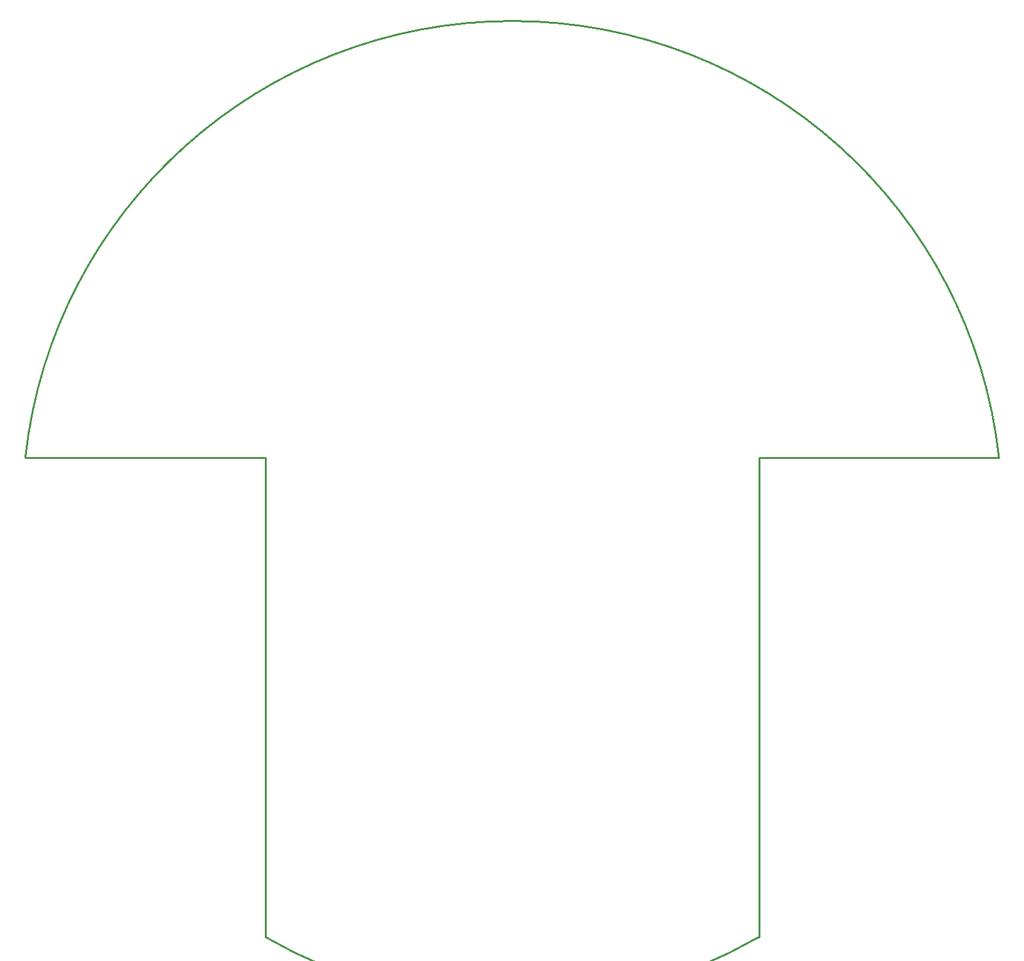
<source format=gm1>
%FSLAX24Y24*%
%MOIN*%
G70*
G01*
G75*
G04 Layer_Color=16711935*
%ADD10R,0.0400X0.0500*%
%ADD11R,0.0800X0.0800*%
%ADD12R,0.0500X0.0400*%
%ADD13R,0.0394X0.0787*%
%ADD14R,0.0787X0.0394*%
%ADD15R,0.0433X0.0236*%
%ADD16R,0.0295X0.0118*%
%ADD17R,0.0870X0.0866*%
%ADD18R,0.1335X0.0772*%
%ADD19R,0.0787X0.1378*%
%ADD20R,0.0800X0.0800*%
%ADD21R,0.0394X0.0217*%
G04:AMPARAMS|DCode=22|XSize=90.6mil|YSize=295.3mil|CornerRadius=0mil|HoleSize=0mil|Usage=FLASHONLY|Rotation=167.000|XOffset=0mil|YOffset=0mil|HoleType=Round|Shape=Rectangle|*
%AMROTATEDRECTD22*
4,1,4,0.0773,0.1337,0.0109,-0.1540,-0.0773,-0.1337,-0.0109,0.1540,0.0773,0.1337,0.0*
%
%ADD22ROTATEDRECTD22*%

G04:AMPARAMS|DCode=23|XSize=90.6mil|YSize=295.3mil|CornerRadius=0mil|HoleSize=0mil|Usage=FLASHONLY|Rotation=192.000|XOffset=0mil|YOffset=0mil|HoleType=Round|Shape=Rectangle|*
%AMROTATEDRECTD23*
4,1,4,0.0136,0.1538,0.0750,-0.1350,-0.0136,-0.1538,-0.0750,0.1350,0.0136,0.1538,0.0*
%
%ADD23ROTATEDRECTD23*%

%ADD24R,0.0354X0.0591*%
%ADD25R,0.0236X0.0433*%
%ADD26R,0.0453X0.0591*%
%ADD27R,0.0157X0.0591*%
%ADD28C,0.0250*%
%ADD29C,0.0315*%
%ADD30C,0.0200*%
%ADD31C,0.0120*%
%ADD32C,0.0100*%
%ADD33C,0.0157*%
%ADD34C,0.0500*%
%ADD35C,0.0394*%
%ADD36C,0.0197*%
%ADD37C,0.0238*%
%ADD38C,0.0217*%
%ADD39C,0.0161*%
%ADD40C,0.0150*%
%ADD41C,0.0700*%
%ADD42C,0.0551*%
G04:AMPARAMS|DCode=43|XSize=99.4mil|YSize=60mil|CornerRadius=0mil|HoleSize=0mil|Usage=FLASHONLY|Rotation=45.000|XOffset=0mil|YOffset=0mil|HoleType=Round|Shape=Round|*
%AMOVALD43*
21,1,0.0394,0.0600,0.0000,0.0000,45.0*
1,1,0.0600,-0.0139,-0.0139*
1,1,0.0600,0.0139,0.0139*
%
%ADD43OVALD43*%

G04:AMPARAMS|DCode=44|XSize=99.4mil|YSize=60mil|CornerRadius=0mil|HoleSize=0mil|Usage=FLASHONLY|Rotation=45.000|XOffset=0mil|YOffset=0mil|HoleType=Round|Shape=Rectangle|*
%AMROTATEDRECTD44*
4,1,4,-0.0139,-0.0563,-0.0563,-0.0139,0.0139,0.0563,0.0563,0.0139,-0.0139,-0.0563,0.0*
%
%ADD44ROTATEDRECTD44*%

%ADD45C,0.0600*%
%ADD46C,0.0591*%
%ADD47R,0.0591X0.0591*%
%ADD48R,0.0591X0.0591*%
G04:AMPARAMS|DCode=49|XSize=60mil|YSize=99.4mil|CornerRadius=0mil|HoleSize=0mil|Usage=FLASHONLY|Rotation=20.000|XOffset=0mil|YOffset=0mil|HoleType=Round|Shape=Round|*
%AMOVALD49*
21,1,0.0394,0.0600,0.0000,0.0000,110.0*
1,1,0.0600,0.0067,-0.0185*
1,1,0.0600,-0.0067,0.0185*
%
%ADD49OVALD49*%

G04:AMPARAMS|DCode=50|XSize=60mil|YSize=99.4mil|CornerRadius=0mil|HoleSize=0mil|Usage=FLASHONLY|Rotation=340.000|XOffset=0mil|YOffset=0mil|HoleType=Round|Shape=Round|*
%AMOVALD50*
21,1,0.0394,0.0600,0.0000,0.0000,70.0*
1,1,0.0600,-0.0067,-0.0185*
1,1,0.0600,0.0067,0.0185*
%
%ADD50OVALD50*%

G04:AMPARAMS|DCode=51|XSize=86.6mil|YSize=63mil|CornerRadius=15.7mil|HoleSize=0mil|Usage=FLASHONLY|Rotation=90.000|XOffset=0mil|YOffset=0mil|HoleType=Round|Shape=RoundedRectangle|*
%AMROUNDEDRECTD51*
21,1,0.0866,0.0315,0,0,90.0*
21,1,0.0551,0.0630,0,0,90.0*
1,1,0.0315,0.0157,0.0276*
1,1,0.0315,0.0157,-0.0276*
1,1,0.0315,-0.0157,-0.0276*
1,1,0.0315,-0.0157,0.0276*
%
%ADD51ROUNDEDRECTD51*%
%ADD52C,0.1654*%
%ADD53C,0.0500*%
%ADD54R,0.0591X0.0354*%
%ADD55R,0.0315X0.0354*%
%ADD56R,0.2165X0.0787*%
%ADD57R,0.0866X0.0870*%
%ADD58R,0.0787X0.2165*%
%ADD59O,0.0217X0.0650*%
%ADD60O,0.0650X0.0217*%
%ADD61O,0.0118X0.0709*%
%ADD62O,0.0709X0.0118*%
%ADD63C,0.0120*%
%ADD64C,0.0080*%
%ADD65C,0.0020*%
%ADD66C,0.0079*%
%ADD67C,0.0039*%
%ADD68C,0.0020*%
%ADD69C,0.0061*%
%ADD70R,0.0480X0.0580*%
%ADD71R,0.0880X0.0880*%
%ADD72R,0.0580X0.0480*%
%ADD73R,0.0433X0.0827*%
%ADD74R,0.0827X0.0433*%
%ADD75R,0.0513X0.0316*%
%ADD76R,0.0335X0.0157*%
%ADD77R,0.0950X0.0946*%
%ADD78R,0.1374X0.0811*%
%ADD79R,0.1575X0.2165*%
%ADD80R,0.0880X0.0880*%
%ADD81R,0.0433X0.0256*%
G04:AMPARAMS|DCode=82|XSize=98.6mil|YSize=303.3mil|CornerRadius=0mil|HoleSize=0mil|Usage=FLASHONLY|Rotation=167.000|XOffset=0mil|YOffset=0mil|HoleType=Round|Shape=Rectangle|*
%AMROTATEDRECTD82*
4,1,4,0.0821,0.1367,0.0139,-0.1588,-0.0821,-0.1367,-0.0139,0.1588,0.0821,0.1367,0.0*
%
%ADD82ROTATEDRECTD82*%

G04:AMPARAMS|DCode=83|XSize=98.6mil|YSize=303.3mil|CornerRadius=0mil|HoleSize=0mil|Usage=FLASHONLY|Rotation=192.000|XOffset=0mil|YOffset=0mil|HoleType=Round|Shape=Rectangle|*
%AMROTATEDRECTD83*
4,1,4,0.0167,0.1586,0.0797,-0.1381,-0.0167,-0.1586,-0.0797,0.1381,0.0167,0.1586,0.0*
%
%ADD83ROTATEDRECTD83*%

%ADD84R,0.0434X0.0671*%
%ADD85R,0.0276X0.0472*%
%ADD86R,0.0492X0.0630*%
%ADD87R,0.0197X0.0630*%
%ADD88C,0.0780*%
G04:AMPARAMS|DCode=89|XSize=107.4mil|YSize=68mil|CornerRadius=0mil|HoleSize=0mil|Usage=FLASHONLY|Rotation=45.000|XOffset=0mil|YOffset=0mil|HoleType=Round|Shape=Round|*
%AMOVALD89*
21,1,0.0394,0.0680,0.0000,0.0000,45.0*
1,1,0.0680,-0.0139,-0.0139*
1,1,0.0680,0.0139,0.0139*
%
%ADD89OVALD89*%

G04:AMPARAMS|DCode=90|XSize=107.4mil|YSize=68mil|CornerRadius=0mil|HoleSize=0mil|Usage=FLASHONLY|Rotation=45.000|XOffset=0mil|YOffset=0mil|HoleType=Round|Shape=Rectangle|*
%AMROTATEDRECTD90*
4,1,4,-0.0139,-0.0620,-0.0620,-0.0139,0.0139,0.0620,0.0620,0.0139,-0.0139,-0.0620,0.0*
%
%ADD90ROTATEDRECTD90*%

%ADD91C,0.0680*%
%ADD92C,0.0671*%
%ADD93R,0.0671X0.0671*%
%ADD94R,0.0671X0.0671*%
%ADD95C,0.0080*%
G04:AMPARAMS|DCode=96|XSize=68mil|YSize=107.4mil|CornerRadius=0mil|HoleSize=0mil|Usage=FLASHONLY|Rotation=20.000|XOffset=0mil|YOffset=0mil|HoleType=Round|Shape=Round|*
%AMOVALD96*
21,1,0.0394,0.0680,0.0000,0.0000,110.0*
1,1,0.0680,0.0067,-0.0185*
1,1,0.0680,-0.0067,0.0185*
%
%ADD96OVALD96*%

G04:AMPARAMS|DCode=97|XSize=68mil|YSize=107.4mil|CornerRadius=0mil|HoleSize=0mil|Usage=FLASHONLY|Rotation=340.000|XOffset=0mil|YOffset=0mil|HoleType=Round|Shape=Round|*
%AMOVALD97*
21,1,0.0394,0.0680,0.0000,0.0000,70.0*
1,1,0.0680,-0.0067,-0.0185*
1,1,0.0680,0.0067,0.0185*
%
%ADD97OVALD97*%

G04:AMPARAMS|DCode=98|XSize=90.6mil|YSize=66.9mil|CornerRadius=17.7mil|HoleSize=0mil|Usage=FLASHONLY|Rotation=90.000|XOffset=0mil|YOffset=0mil|HoleType=Round|Shape=RoundedRectangle|*
%AMROUNDEDRECTD98*
21,1,0.0906,0.0315,0,0,90.0*
21,1,0.0551,0.0669,0,0,90.0*
1,1,0.0354,0.0157,0.0276*
1,1,0.0354,0.0157,-0.0276*
1,1,0.0354,-0.0157,-0.0276*
1,1,0.0354,-0.0157,0.0276*
%
%ADD98ROUNDEDRECTD98*%
%ADD99C,0.0630*%
%ADD100C,0.1734*%
%ADD101C,0.0580*%
%ADD102R,0.0671X0.0434*%
%ADD103R,0.0395X0.0434*%
%ADD104R,0.2245X0.0867*%
%ADD105R,0.0946X0.0950*%
%ADD106R,0.0867X0.2245*%
%ADD107O,0.0297X0.0730*%
%ADD108O,0.0730X0.0297*%
%ADD109O,0.0198X0.0789*%
%ADD110O,0.0789X0.0198*%
%ADD111C,0.0050*%
%ADD112C,0.0098*%
%ADD113C,0.0236*%
G54D32*
X-12789Y-22111D02*
G03*
X12784Y-22114I12789J22111D01*
G01*
X25243Y2761D02*
G03*
X-25243Y2761I-25243J-2761D01*
G01*
X12784Y-22114D02*
X12795Y-22103D01*
Y-21457D01*
X-12795Y-22104D02*
Y-21457D01*
X12795Y-22047D02*
Y-21457D01*
X-25238Y2756D02*
X-12795D01*
X12795D02*
X25238D01*
X12795Y-21850D02*
Y2756D01*
X-12795Y-21850D02*
Y2756D01*
M02*

</source>
